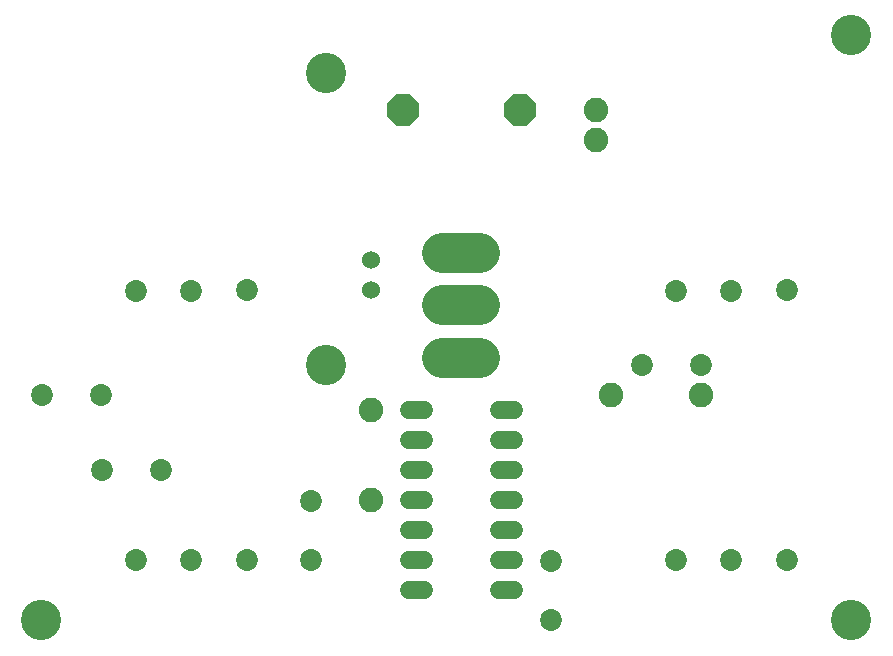
<source format=gts>
G75*
%MOIN*%
%OFA0B0*%
%FSLAX24Y24*%
%IPPOS*%
%LPD*%
%AMOC8*
5,1,8,0,0,1.08239X$1,22.5*
%
%ADD10C,0.1340*%
%ADD11C,0.0600*%
%ADD12C,0.0820*%
%ADD13C,0.0730*%
%ADD14OC8,0.1080*%
%ADD15C,0.0600*%
%ADD16C,0.1340*%
%ADD17C,0.0730*%
D10*
X001350Y011500D03*
X010850Y020000D03*
X010850Y029750D03*
X028350Y031000D03*
X028350Y011500D03*
D11*
X017110Y012500D02*
X016590Y012500D01*
X016590Y013500D02*
X017110Y013500D01*
X017110Y014500D02*
X016590Y014500D01*
X016590Y015500D02*
X017110Y015500D01*
X017110Y016500D02*
X016590Y016500D01*
X016590Y017500D02*
X017110Y017500D01*
X017110Y018500D02*
X016590Y018500D01*
X014110Y018500D02*
X013590Y018500D01*
X013590Y017500D02*
X014110Y017500D01*
X014110Y016500D02*
X013590Y016500D01*
X013590Y015500D02*
X014110Y015500D01*
X014110Y014500D02*
X013590Y014500D01*
X013590Y013500D02*
X014110Y013500D01*
X014110Y012500D02*
X013590Y012500D01*
D12*
X012350Y015500D03*
X012350Y018500D03*
X020350Y019000D03*
X023350Y019000D03*
X019850Y027500D03*
X019850Y028500D03*
D13*
X022488Y022492D03*
X024350Y022492D03*
X026189Y022496D03*
X026212Y013508D03*
X024350Y013508D03*
X022511Y013504D03*
X008212Y013508D03*
X006350Y013508D03*
X004511Y013504D03*
X004488Y022492D03*
X006350Y022492D03*
X008189Y022496D03*
D14*
X013400Y028500D03*
X017300Y028500D03*
D15*
X012350Y023500D03*
X012350Y022500D03*
D16*
X014720Y022000D02*
X015980Y022000D01*
X015980Y023750D02*
X014720Y023750D01*
X014720Y020250D02*
X015980Y020250D01*
D17*
X021366Y020000D03*
X023334Y020000D03*
X018350Y013484D03*
X018350Y011516D03*
X010350Y013516D03*
X010350Y015484D03*
X005334Y016500D03*
X003366Y016500D03*
X003334Y019000D03*
X001366Y019000D03*
M02*

</source>
